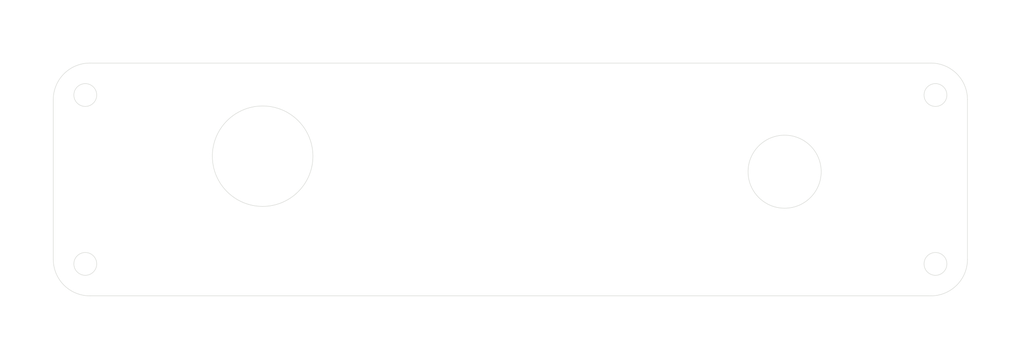
<source format=kicad_pcb>
(kicad_pcb (version 20171130) (host pcbnew 5.0.2+dfsg1-1)

  (general
    (thickness 1.6)
    (drawings 14)
    (tracks 0)
    (zones 0)
    (modules 0)
    (nets 1)
  )

  (page A4)
  (layers
    (0 F.Cu signal)
    (31 B.Cu signal)
    (32 B.Adhes user)
    (33 F.Adhes user)
    (34 B.Paste user)
    (35 F.Paste user)
    (36 B.SilkS user)
    (37 F.SilkS user)
    (38 B.Mask user)
    (39 F.Mask user)
    (40 Dwgs.User user)
    (41 Cmts.User user)
    (42 Eco1.User user)
    (43 Eco2.User user)
    (44 Edge.Cuts user)
    (45 Margin user)
    (46 B.CrtYd user)
    (47 F.CrtYd user)
    (48 B.Fab user)
    (49 F.Fab user)
  )

  (setup
    (last_trace_width 0.25)
    (trace_clearance 0.2)
    (zone_clearance 0.508)
    (zone_45_only yes)
    (trace_min 0.2)
    (segment_width 0.2)
    (edge_width 0.05)
    (via_size 0.8)
    (via_drill 0.4)
    (via_min_size 0.4)
    (via_min_drill 0.3)
    (uvia_size 0.3)
    (uvia_drill 0.1)
    (uvias_allowed no)
    (uvia_min_size 0.2)
    (uvia_min_drill 0.1)
    (pcb_text_width 0.3)
    (pcb_text_size 1.5 1.5)
    (mod_edge_width 0.12)
    (mod_text_size 1 1)
    (mod_text_width 0.15)
    (pad_size 1.524 1.524)
    (pad_drill 0.762)
    (pad_to_mask_clearance 0)
    (solder_mask_min_width 0.25)
    (aux_axis_origin 0 0)
    (visible_elements FFFFFF7F)
    (pcbplotparams
      (layerselection 0x010fc_ffffffff)
      (usegerberextensions false)
      (usegerberattributes true)
      (usegerberadvancedattributes true)
      (creategerberjobfile true)
      (excludeedgelayer true)
      (linewidth 0.100000)
      (plotframeref false)
      (viasonmask false)
      (mode 1)
      (useauxorigin false)
      (hpglpennumber 1)
      (hpglpenspeed 20)
      (hpglpendiameter 15.000000)
      (psnegative false)
      (psa4output false)
      (plotreference true)
      (plotvalue true)
      (plotinvisibletext false)
      (padsonsilk false)
      (subtractmaskfromsilk false)
      (outputformat 1)
      (mirror false)
      (drillshape 0)
      (scaleselection 1)
      (outputdirectory "../out/shell3"))
  )

  (net 0 "")

  (net_class Default "This is the default net class."
    (clearance 0.2)
    (trace_width 0.25)
    (via_dia 0.8)
    (via_drill 0.4)
    (uvia_dia 0.3)
    (uvia_drill 0.1)
  )

  (gr_circle (center 180 111.9) (end 184 111.9) (layer Edge.Cuts) (width 0.05))
  (gr_circle (center 122.9 110.2) (end 128.4 110.2) (layer Edge.Cuts) (width 0.05))
  (gr_circle (center 196.5 103.5) (end 197.75 103.5) (layer Edge.Cuts) (width 0.05) (tstamp 60CA229A))
  (gr_circle (center 196.5 122) (end 197.75 122) (layer Edge.Cuts) (width 0.05) (tstamp 60CA2298))
  (gr_circle (center 103.5 122) (end 104.75 122) (layer Edge.Cuts) (width 0.05) (tstamp 60CA2296))
  (gr_circle (center 103.5 103.5) (end 104.75 103.5) (layer Edge.Cuts) (width 0.05))
  (gr_arc (start 104 121.5) (end 104 125.5) (angle 90) (layer Edge.Cuts) (width 0.05) (tstamp 60C9AF30))
  (gr_arc (start 196 121.5) (end 200 121.5) (angle 90) (layer Edge.Cuts) (width 0.05) (tstamp 60C9AF23))
  (gr_arc (start 196 104) (end 196 100) (angle 90) (layer Edge.Cuts) (width 0.05) (tstamp 60C9AF12))
  (gr_arc (start 104 104) (end 100 104) (angle 90) (layer Edge.Cuts) (width 0.05))
  (gr_line (start 196 100) (end 104 100) (layer Edge.Cuts) (width 0.05))
  (gr_line (start 200 121.5) (end 200 104) (layer Edge.Cuts) (width 0.05))
  (gr_line (start 104 125.5) (end 196 125.5) (layer Edge.Cuts) (width 0.05))
  (gr_line (start 100 104) (end 100 121.5) (layer Edge.Cuts) (width 0.05))

  (zone (net 0) (net_name "") (layers F&B.Cu) (tstamp 0) (hatch edge 0.508)
    (connect_pads (clearance 0.508))
    (min_thickness 0.254)
    (keepout (tracks allowed) (vias allowed) (copperpour not_allowed))
    (fill (arc_segments 16) (thermal_gap 0.508) (thermal_bridge_width 0.508))
    (polygon
      (pts
        (xy 94.1705 93.2815) (xy 206.1845 93.091) (xy 206.1845 131.8895) (xy 94.488 131.699)
      )
    )
  )
)

</source>
